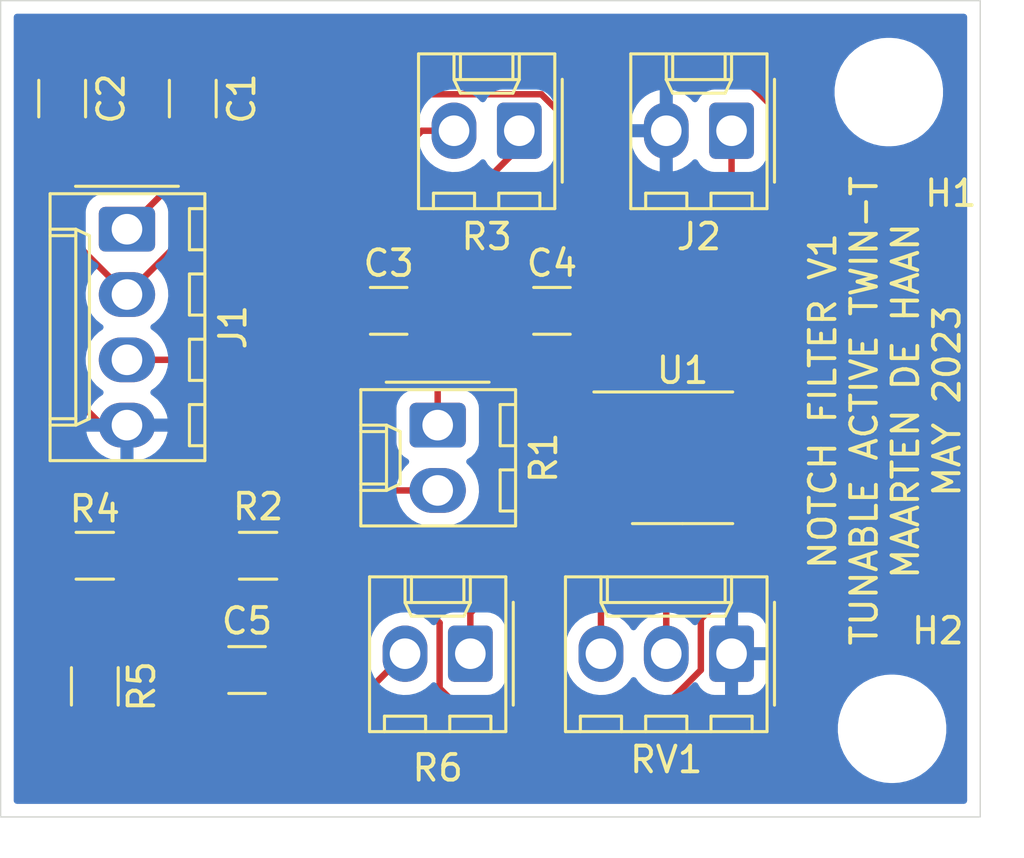
<source format=kicad_pcb>
(kicad_pcb (version 20211014) (generator pcbnew)
  (layers (0 "F.Cu" signal) (31 "B.Cu" signal) (34 "B.Paste" user) (35 "F.Paste" user) (36 "B.SilkS" user "B.Silkscreen") (37 "F.SilkS" user "F.Silkscreen") (38 "B.Mask" user) (39 "F.Mask" user) (44 "Edge.Cuts" user))
  (net 0 "")
  (net 1 "+15V")
  (net 2 "GND")
  (net 3 "-15V")
  (net 4 "/In")
  (net 5 "Net-(C3-Pad2)")
  (net 6 "Net-(C4-Pad2)")
  (net 7 "Net-(C5-Pad1)")
  (net 8 "Net-(C5-Pad2)")
  (net 9 "/Out")
  (net 10 "Net-(RV1-Pad2)")
  (net 11 "Net-(R1-Pad2)")
  (net 12 "Net-(R3-Pad1)")
  (net 13 "Net-(R5-Pad2)")
  (footprint "Resistor_SMD:R_1206_3216Metric" (layer "F.Cu") (at 123.932 133.096 -90)
    (fp_text reference "R5" (at 0 -1.82 90) (layer "F.SilkS"))
    (fp_text value "R")
    (fp_line (start -0.727064 -0.91) (end 0.727064 -0.91) (layer "F.SilkS") (width 0.12))
    (fp_line (start -0.727064 0.91) (end 0.727064 0.91) (layer "F.SilkS") (width 0.12))
    (pad "1" smd roundrect (at -1.4625 0 270) (size 1.125 1.75) (layers "F.Cu" "F.Paste" "F.Mask") (roundrect_rratio 0.2222222222) (net 8 "Net-(C5-Pad2)"))
    (pad "2" smd roundrect (at 1.4625 0 270) (size 1.125 1.75) (layers "F.Cu" "F.Paste" "F.Mask") (roundrect_rratio 0.2222222222) (net 13 "Net-(R5-Pad2)"))
  )
  (footprint "Connector_Molex:Molex_KK-254_AE-6410-03A_1x03_P2.54mm_Vertical" (layer "F.Cu") (at 148.697 131.826 180)
    (fp_text reference "RV1" (at 2.54 -4.12) (layer "F.SilkS"))
    (fp_text value "R_Potentiometer")
    (fp_line (start 0 1.99) (end 5.08 1.99) (layer "F.SilkS") (width 0.12))
    (fp_line (start 1.74 -2.43) (end 3.34 -2.43) (layer "F.SilkS") (width 0.12))
    (fp_line (start -1.38 2.99) (end 6.46 2.99) (layer "F.SilkS") (width 0.12))
    (fp_line (start -1.67 -2) (end -1.67 2) (layer "F.SilkS") (width 0.12))
    (fp_line (start 6.46 -3.03) (end -1.38 -3.03) (layer "F.SilkS") (width 0.12))
    (fp_line (start 0.25 2.99) (end 0.25 1.99) (layer "F.SilkS") (width 0.12))
    (fp_line (start -1.38 -3.03) (end -1.38 2.99) (layer "F.SilkS") (width 0.12))
    (fp_line (start 4.83 2.99) (end 4.83 1.99) (layer "F.SilkS") (width 0.12))
    (fp_line (start 0 1.99) (end 0.25 1.46) (layer "F.SilkS") (width 0.12))
    (fp_line (start 1.74 -3.03) (end 1.74 -2.43) (layer "F.SilkS") (width 0.12))
    (fp_line (start 6.46 2.99) (end 6.46 -3.03) (layer "F.SilkS") (width 0.12))
    (fp_line (start -0.8 -3.03) (end -0.8 -2.43) (layer "F.SilkS") (width 0.12))
    (fp_line (start 0 2.99) (end 0 1.99) (layer "F.SilkS") (width 0.12))
    (fp_line (start 5.88 -2.43) (end 5.88 -3.03) (layer "F.SilkS") (width 0.12))
    (fp_line (start 3.34 -2.43) (end 3.34 -3.03) (layer "F.SilkS") (width 0.12))
    (fp_line (start 4.83 1.46) (end 5.08 1.99) (layer "F.SilkS") (width 0.12))
    (fp_line (start 4.28 -3.03) (end 4.28 -2.43) (layer "F.SilkS") (width 0.12))
    (fp_line (start 4.28 -2.43) (end 5.88 -2.43) (layer "F.SilkS") (width 0.12))
    (fp_line (start 5.08 1.99) (end 5.08 2.99) (layer "F.SilkS") (width 0.12))
    (fp_line (start 0.8 -2.43) (end 0.8 -3.03) (layer "F.SilkS") (width 0.12))
    (fp_line (start -0.8 -2.43) (end 0.8 -2.43) (layer "F.SilkS") (width 0.12))
    (fp_line (start 0.25 1.46) (end 4.83 1.46) (layer "F.SilkS") (width 0.12))
    (pad "1" thru_hole roundrect (at 0 0 180) (size 1.74 2.19) (drill 1.19) (layers *.Cu *.Mask) (roundrect_rratio 0.1436781609) (net 2 "GND"))
    (pad "2" thru_hole oval (at 2.54 0 180) (size 1.74 2.19) (drill 1.19) (layers *.Cu *.Mask) (net 10 "Net-(RV1-Pad2)"))
    (pad "3" thru_hole oval (at 5.08 0 180) (size 1.74 2.19) (drill 1.19) (layers *.Cu *.Mask) (net 9 "/Out"))
  )
  (footprint "Capacitor_SMD:C_1206_3216Metric" (layer "F.Cu") (at 135.362 118.491)
    (fp_text reference "C3" (at 0 -1.85) (layer "F.SilkS"))
    (fp_text value "C")
    (fp_line (start -0.711252 -0.91) (end 0.711252 -0.91) (layer "F.SilkS") (width 0.12))
    (fp_line (start -0.711252 0.91) (end 0.711252 0.91) (layer "F.SilkS") (width 0.12))
    (pad "1" smd roundrect (at -1.475 0) (size 1.15 1.8) (layers "F.Cu" "F.Paste" "F.Mask") (roundrect_rratio 0.2173913043) (net 4 "/In"))
    (pad "2" smd roundrect (at 1.475 0) (size 1.15 1.8) (layers "F.Cu" "F.Paste" "F.Mask") (roundrect_rratio 0.2173913043) (net 5 "Net-(C3-Pad2)"))
  )
  (footprint "Connector_Molex:Molex_KK-254_AE-6410-02A_1x02_P2.54mm_Vertical" (layer "F.Cu") (at 137.267 122.936 -90)
    (fp_text reference "R1" (at 1.27 -4.12 90) (layer "F.SilkS"))
    (fp_text value "R_Variable/2")
    (fp_line (start -0.8 -2.43) (end 0.8 -2.43) (layer "F.SilkS") (width 0.12))
    (fp_line (start 3.34 -2.43) (end 3.34 -3.03) (layer "F.SilkS") (width 0.12))
    (fp_line (start 3.92 2.99) (end 3.92 -3.03) (layer "F.SilkS") (width 0.12))
    (fp_line (start 1.74 -3.03) (end 1.74 -2.43) (layer "F.SilkS") (width 0.12))
    (fp_line (start -0.8 -3.03) (end -0.8 -2.43) (layer "F.SilkS") (width 0.12))
    (fp_line (start -1.38 2.99) (end 3.92 2.99) (layer "F.SilkS") (width 0.12))
    (fp_line (start -1.38 -3.03) (end -1.38 2.99) (layer "F.SilkS") (width 0.12))
    (fp_line (start 0 2.99) (end 0 1.99) (layer "F.SilkS") (width 0.12))
    (fp_line (start 2.29 1.46) (end 2.54 1.99) (layer "F.SilkS") (width 0.12))
    (fp_line (start 0.25 1.46) (end 2.29 1.46) (layer "F.SilkS") (width 0.12))
    (fp_line (start 2.54 1.99) (end 2.54 2.99) (layer "F.SilkS") (width 0.12))
    (fp_line (start 3.92 -3.03) (end -1.38 -3.03) (layer "F.SilkS") (width 0.12))
    (fp_line (start 2.29 2.99) (end 2.29 1.99) (layer "F.SilkS") (width 0.12))
    (fp_line (start 0 1.99) (end 2.54 1.99) (layer "F.SilkS") (width 0.12))
    (fp_line (start -1.67 -2) (end -1.67 2) (layer "F.SilkS") (width 0.12))
    (fp_line (start 1.74 -2.43) (end 3.34 -2.43) (layer "F.SilkS") (width 0.12))
    (fp_line (start 0.25 2.99) (end 0.25 1.99) (layer "F.SilkS") (width 0.12))
    (fp_line (start 0.8 -2.43) (end 0.8 -3.03) (layer "F.SilkS") (width 0.12))
    (fp_line (start 0 1.99) (end 0.25 1.46) (layer "F.SilkS") (width 0.12))
    (pad "1" thru_hole roundrect (at 0 0 270) (size 1.74 2.19) (drill 1.19) (layers *.Cu *.Mask) (roundrect_rratio 0.1436781609) (net 5 "Net-(C3-Pad2)"))
    (pad "2" thru_hole oval (at 2.54 0 270) (size 1.74 2.19) (drill 1.19) (layers *.Cu *.Mask) (net 11 "Net-(R1-Pad2)"))
  )
  (footprint "Resistor_SMD:R_1206_3216Metric" (layer "F.Cu") (at 123.932 128.016)
    (fp_text reference "R4" (at 0 -1.82) (layer "F.SilkS"))
    (fp_text value "R")
    (fp_line (start -0.727064 -0.91) (end 0.727064 -0.91) (layer "F.SilkS") (width 0.12))
    (fp_line (start -0.727064 0.91) (end 0.727064 0.91) (layer "F.SilkS") (width 0.12))
    (pad "1" smd roundrect (at -1.4625 0) (size 1.125 1.75) (layers "F.Cu" "F.Paste" "F.Mask") (roundrect_rratio 0.2222222222) (net 12 "Net-(R3-Pad1)"))
    (pad "2" smd roundrect (at 1.4625 0) (size 1.125 1.75) (layers "F.Cu" "F.Paste" "F.Mask") (roundrect_rratio 0.2222222222) (net 8 "Net-(C5-Pad2)"))
  )
  (footprint "Capacitor_SMD:C_1206_3216Metric" (layer "F.Cu") (at 129.852 132.461 180)
    (fp_text reference "C5" (at 0 1.905) (layer "F.SilkS"))
    (fp_text value "2*C")
    (fp_line (start -0.711252 0.91) (end 0.711252 0.91) (layer "F.SilkS") (width 0.12))
    (fp_line (start -0.711252 -0.91) (end 0.711252 -0.91) (layer "F.SilkS") (width 0.12))
    (pad "1" smd roundrect (at -1.475 0 180) (size 1.15 1.8) (layers "F.Cu" "F.Paste" "F.Mask") (roundrect_rratio 0.2173913043) (net 7 "Net-(C5-Pad1)"))
    (pad "2" smd roundrect (at 1.475 0 180) (size 1.15 1.8) (layers "F.Cu" "F.Paste" "F.Mask") (roundrect_rratio 0.2173913043) (net 8 "Net-(C5-Pad2)"))
  )
  (footprint "MountingHole:MountingHole_3.2mm_M3" (layer "F.Cu") (at 154.94 134.747)
    (fp_text reference "H2" (at 1.778 -3.81) (layer "F.SilkS"))
    (fp_text value "MountingHole")
    (pad "" np_thru_hole circle (at 0 0) (size 3.2 3.2) (drill 3.2) (layers *.Cu *.Mask))
  )
  (footprint "Resistor_SMD:R_1206_3216Metric" (layer "F.Cu") (at 130.282 128.016 180)
    (fp_text reference "R2" (at 0 1.905) (layer "F.SilkS"))
    (fp_text value "R")
    (fp_line (start -0.727064 0.91) (end 0.727064 0.91) (layer "F.SilkS") (width 0.12))
    (fp_line (start -0.727064 -0.91) (end 0.727064 -0.91) (layer "F.SilkS") (width 0.12))
    (pad "1" smd roundrect (at -1.4625 0 180) (size 1.125 1.75) (layers "F.Cu" "F.Paste" "F.Mask") (roundrect_rratio 0.2222222222) (net 7 "Net-(C5-Pad1)"))
    (pad "2" smd roundrect (at 1.4625 0 180) (size 1.125 1.75) (layers "F.Cu" "F.Paste" "F.Mask") (roundrect_rratio 0.2222222222) (net 11 "Net-(R1-Pad2)"))
  )
  (footprint "Capacitor_SMD:C_1206_3216Metric" (layer "F.Cu") (at 122.662 110.236 90)
    (fp_text reference "C2" (at 0 1.905 90) (layer "F.SilkS"))
    (fp_text value "100 nF")
    (fp_line (start -0.711252 -0.91) (end 0.711252 -0.91) (layer "F.SilkS") (width 0.12))
    (fp_line (start -0.711252 0.91) (end 0.711252 0.91) (layer "F.SilkS") (width 0.12))
    (pad "1" smd roundrect (at -1.475 0 90) (size 1.15 1.8) (layers "F.Cu" "F.Paste" "F.Mask") (roundrect_rratio 0.2173913043) (net 3 "-15V"))
    (pad "2" smd roundrect (at 1.475 0 90) (size 1.15 1.8) (layers "F.Cu" "F.Paste" "F.Mask") (roundrect_rratio 0.2173913043) (net 2 "GND"))
  )
  (footprint "Connector_Molex:Molex_KK-254_AE-6410-04A_1x04_P2.54mm_Vertical" (layer "F.Cu") (at 125.182 115.316 -90)
    (fp_text reference "J1" (at 3.81 -4.12 90) (layer "F.SilkS"))
    (fp_text value "In")
    (fp_line (start 4.28 -3.03) (end 4.28 -2.43) (layer "F.SilkS") (width 0.12))
    (fp_line (start 9 2.99) (end 9 -3.03) (layer "F.SilkS") (width 0.12))
    (fp_line (start 1.74 -2.43) (end 3.34 -2.43) (layer "F.SilkS") (width 0.12))
    (fp_line (start 0.25 2.99) (end 0.25 1.99) (layer "F.SilkS") (width 0.12))
    (fp_line (start 1.74 -3.03) (end 1.74 -2.43) (layer "F.SilkS") (width 0.12))
    (fp_line (start 0 1.99) (end 0.25 1.46) (layer "F.SilkS") (width 0.12))
    (fp_line (start -1.38 -3.03) (end -1.38 2.99) (layer "F.SilkS") (width 0.12))
    (fp_line (start 4.28 -2.43) (end 5.88 -2.43) (layer "F.SilkS") (width 0.12))
    (fp_line (start -1.38 2.99) (end 9 2.99) (layer "F.SilkS") (width 0.12))
    (fp_line (start -1.67 -2) (end -1.67 2) (layer "F.SilkS") (width 0.12))
    (fp_line (start 0.25 1.46) (end 7.37 1.46) (layer "F.SilkS") (width 0.12))
    (fp_line (start 0 2.99) (end 0 1.99) (layer "F.SilkS") (width 0.12))
    (fp_line (start 9 -3.03) (end -1.38 -3.03) (layer "F.SilkS") (width 0.12))
    (fp_line (start 3.34 -2.43) (end 3.34 -3.03) (layer "F.SilkS") (width 0.12))
    (fp_line (start 5.88 -2.43) (end 5.88 -3.03) (layer "F.SilkS") (width 0.12))
    (fp_line (start 0 1.99) (end 7.62 1.99) (layer "F.SilkS") (width 0.12))
    (fp_line (start 7.37 2.99) (end 7.37 1.99) (layer "F.SilkS") (width 0.12))
    (fp_line (start -0.8 -2.43) (end 0.8 -2.43) (layer "F.SilkS") (width 0.12))
    (fp_line (start 0.8 -2.43) (end 0.8 -3.03) (layer "F.SilkS") (width 0.12))
    (fp_line (start 7.62 1.99) (end 7.62 2.99) (layer "F.SilkS") (width 0.12))
    (fp_line (start -0.8 -3.03) (end -0.8 -2.43) (layer "F.SilkS") (width 0.12))
    (fp_line (start 8.42 -2.43) (end 8.42 -3.03) (layer "F.SilkS") (width 0.12))
    (fp_line (start 6.82 -3.03) (end 6.82 -2.43) (layer "F.SilkS") (width 0.12))
    (fp_line (start 7.37 1.46) (end 7.62 1.99) (layer "F.SilkS") (width 0.12))
    (fp_line (start 6.82 -2.43) (end 8.42 -2.43) (layer "F.SilkS") (width 0.12))
    (pad "1" thru_hole roundrect (at 0 0 270) (size 1.74 2.19) (drill 1.19) (layers *.Cu *.Mask) (roundrect_rratio 0.1436781609) (net 1 "+15V"))
    (pad "2" thru_hole oval (at 2.54 0 270) (size 1.74 2.19) (drill 1.19) (layers *.Cu *.Mask) (net 3 "-15V"))
    (pad "3" thru_hole oval (at 5.08 0 270) (size 1.74 2.19) (drill 1.19) (layers *.Cu *.Mask) (net 4 "/In"))
    (pad "4" thru_hole oval (at 7.62 0 270) (size 1.74 2.19) (drill 1.19) (layers *.Cu *.Mask) (net 2 "GND"))
  )
  (footprint "MountingHole:MountingHole_3.2mm_M3" (layer "F.Cu") (at 154.813 109.982)
    (fp_text reference "H1" (at 2.413 3.937) (layer "F.SilkS"))
    (fp_text value "MountingHole")
    (pad "" np_thru_hole circle (at 0 0) (size 3.2 3.2) (drill 3.2) (layers *.Cu *.Mask))
  )
  (footprint "Connector_Molex:Molex_KK-254_AE-6410-02A_1x02_P2.54mm_Vertical" (layer "F.Cu") (at 138.537 131.826 180)
    (fp_text reference "R6" (at 1.27 -4.445) (layer "F.SilkS"))
    (fp_text value "R_Variable")
    (fp_line (start 1.74 -2.43) (end 3.34 -2.43) (layer "F.SilkS") (width 0.12))
    (fp_line (start 3.92 -3.03) (end -1.38 -3.03) (layer "F.SilkS") (width 0.12))
    (fp_line (start -1.38 2.99) (end 3.92 2.99) (layer "F.SilkS") (width 0.12))
    (fp_line (start 0.25 2.99) (end 0.25 1.99) (layer "F.SilkS") (width 0.12))
    (fp_line (start 2.29 1.46) (end 2.54 1.99) (layer "F.SilkS") (width 0.12))
    (fp_line (start -1.67 -2) (end -1.67 2) (layer "F.SilkS") (width 0.12))
    (fp_line (start 2.29 2.99) (end 2.29 1.99) (layer "F.SilkS") (width 0.12))
    (fp_line (start 0.8 -2.43) (end 0.8 -3.03) (layer "F.SilkS") (width 0.12))
    (fp_line (start 3.34 -2.43) (end 3.34 -3.03) (layer "F.SilkS") (width 0.12))
    (fp_line (start 0 2.99) (end 0 1.99) (layer "F.SilkS") (width 0.12))
    (fp_line (start 0 1.99) (end 2.54 1.99) (layer "F.SilkS") (width 0.12))
    (fp_line (start -0.8 -2.43) (end 0.8 -2.43) (layer "F.SilkS") (width 0.12))
    (fp_line (start 1.74 -3.03) (end 1.74 -2.43) (layer "F.SilkS") (width 0.12))
    (fp_line (start 2.54 1.99) (end 2.54 2.99) (layer "F.SilkS") (width 0.12))
    (fp_line (start 0 1.99) (end 0.25 1.46) (layer "F.SilkS") (width 0.12))
    (fp_line (start 3.92 2.99) (end 3.92 -3.03) (layer "F.SilkS") (width 0.12))
    (fp_line (start -0.8 -3.03) (end -0.8 -2.43) (layer "F.SilkS") (width 0.12))
    (fp_line (start 0.25 1.46) (end 2.29 1.46) (layer "F.SilkS") (width 0.12))
    (fp_line (start -1.38 -3.03) (end -1.38 2.99) (layer "F.SilkS") (width 0.12))
    (pad "1" thru_hole roundrect (at 0 0 180) (size 1.74 2.19) (drill 1.19) (layers *.Cu *.Mask) (roundrect_rratio 0.1436781609) (net 6 "Net-(C4-Pad2)"))
    (pad "2" thru_hole oval (at 2.54 0 180) (size 1.74 2.19) (drill 1.19) (layers *.Cu *.Mask) (net 13 "Net-(R5-Pad2)"))
  )
  (footprint "Package_SO:SOIC-8_3.9x4.9mm_P1.27mm" (layer "F.Cu") (at 146.792 124.206)
    (fp_text reference "U1" (at 0 -3.4) (layer "F.SilkS"))
    (fp_text value "AD8676xR")
    (fp_line (start 0 2.56) (end -1.95 2.56) (layer "F.SilkS") (width 0.12))
    (fp_line (start 0 -2.56) (end -3.45 -2.56) (layer "F.SilkS") (width 0.12))
    (fp_line (start 0 -2.56) (end 1.95 -2.56) (layer "F.SilkS") (width 0.12))
    (fp_line (start 0 2.56) (end 1.95 2.56) (layer "F.SilkS") (width 0.12))
    (pad "1" smd roundrect (at -2.475 -1.905) (size 1.95 0.6) (layers "F.Cu" "F.Paste" "F.Mask") (net 9 "/Out"))
    (pad "2" smd roundrect (at -2.475 -0.635) (size 1.95 0.6) (layers "F.Cu" "F.Paste" "F.Mask") (net 9 "/Out"))
    (pad "3" smd roundrect (at -2.475 0.635) (size 1.95 0.6) (layers "F.Cu" "F.Paste" "F.Mask") (net 6 "Net-(C4-Pad2)"))
    (pad "4" smd roundrect (at -2.475 1.905) (size 1.95 0.6) (layers "F.Cu" "F.Paste" "F.Mask") (net 3 "-15V"))
    (pad "5" smd roundrect (at 2.475 1.905) (size 1.95 0.6) (layers "F.Cu" "F.Paste" "F.Mask") (net 10 "Net-(RV1-Pad2)"))
    (pad "6" smd roundrect (at 2.475 0.635) (size 1.95 0.6) (layers "F.Cu" "F.Paste" "F.Mask") (net 7 "Net-(C5-Pad1)"))
    (pad "7" smd roundrect (at 2.475 -0.635) (size 1.95 0.6) (layers "F.Cu" "F.Paste" "F.Mask") (net 7 "Net-(C5-Pad1)"))
    (pad "8" smd roundrect (at 2.475 -1.905) (size 1.95 0.6) (layers "F.Cu" "F.Paste" "F.Mask") (net 1 "+15V"))
  )
  (footprint "Connector_Molex:Molex_KK-254_AE-6410-02A_1x02_P2.54mm_Vertical" (layer "F.Cu") (at 140.442 111.486 180)
    (fp_text reference "R3" (at 1.27 -4.12) (layer "F.SilkS"))
    (fp_text value "R_Variable")
    (fp_line (start 2.54 1.99) (end 2.54 2.99) (layer "F.SilkS") (width 0.12))
    (fp_line (start 3.92 2.99) (end 3.92 -3.03) (layer "F.SilkS") (width 0.12))
    (fp_line (start -0.8 -3.03) (end -0.8 -2.43) (layer "F.SilkS") (width 0.12))
    (fp_line (start 0.8 -2.43) (end 0.8 -3.03) (layer "F.SilkS") (width 0.12))
    (fp_line (start 3.34 -2.43) (end 3.34 -3.03) (layer "F.SilkS") (width 0.12))
    (fp_line (start 3.92 -3.03) (end -1.38 -3.03) (layer "F.SilkS") (width 0.12))
    (fp_line (start 2.29 1.46) (end 2.54 1.99) (layer "F.SilkS") (width 0.12))
    (fp_line (start 0 1.99) (end 2.54 1.99) (layer "F.SilkS") (width 0.12))
    (fp_line (start -1.38 -3.03) (end -1.38 2.99) (layer "F.SilkS") (width 0.12))
    (fp_line (start 2.29 2.99) (end 2.29 1.99) (layer "F.SilkS") (width 0.12))
    (fp_line (start 0 1.99) (end 0.25 1.46) (layer "F.SilkS") (width 0.12))
    (fp_line (start 0.25 2.99) (end 0.25 1.99) (layer "F.SilkS") (width 0.12))
    (fp_line (start -0.8 -2.43) (end 0.8 -2.43) (layer "F.SilkS") (width 0.12))
    (fp_line (start -1.38 2.99) (end 3.92 2.99) (layer "F.SilkS") (width 0.12))
    (fp_line (start 0 2.99) (end 0 1.99) (layer "F.SilkS") (width 0.12))
    (fp_line (start 1.74 -2.43) (end 3.34 -2.43) (layer "F.SilkS") (width 0.12))
    (fp_line (start 1.74 -3.03) (end 1.74 -2.43) (layer "F.SilkS") (width 0.12))
    (fp_line (start -1.67 -2) (end -1.67 2) (layer "F.SilkS") (width 0.12))
    (fp_line (start 0.25 1.46) (end 2.29 1.46) (layer "F.SilkS") (width 0.12))
    (pad "1" thru_hole roundrect (at 0 0 180) (size 1.74 2.19) (drill 1.19) (layers *.Cu *.Mask) (roundrect_rratio 0.1436781609) (net 12 "Net-(R3-Pad1)"))
    (pad "2" thru_hole oval (at 2.54 0 180) (size 1.74 2.19) (drill 1.19) (layers *.Cu *.Mask) (net 4 "/In"))
  )
  (footprint "Capacitor_SMD:C_1206_3216Metric" (layer "F.Cu") (at 127.742 110.236 90)
    (fp_text reference "C1" (at 0 1.905 90) (layer "F.SilkS"))
    (fp_text value "100 nF")
    (fp_line (start -0.711252 -0.91) (end 0.711252 -0.91) (layer "F.SilkS") (width 0.12))
    (fp_line (start -0.711252 0.91) (end 0.711252 0.91) (layer "F.SilkS") (width 0.12))
    (pad "1" smd roundrect (at -1.475 0 90) (size 1.15 1.8) (layers "F.Cu" "F.Paste" "F.Mask") (roundrect_rratio 0.2173913043) (net 1 "+15V"))
    (pad "2" smd roundrect (at 1.475 0 90) (size 1.15 1.8) (layers "F.Cu" "F.Paste" "F.Mask") (roundrect_rratio 0.2173913043) (net 2 "GND"))
  )
  (footprint "Connector_Molex:Molex_KK-254_AE-6410-02A_1x02_P2.54mm_Vertical" (layer "F.Cu") (at 148.697 111.486 180)
    (fp_text reference "J2" (at 1.27 -4.12) (layer "F.SilkS"))
    (fp_text value "Out")
    (fp_line (start 2.29 1.46) (end 2.54 1.99) (layer "F.SilkS") (width 0.12))
    (fp_line (start 2.54 1.99) (end 2.54 2.99) (layer "F.SilkS") (width 0.12))
    (fp_line (start 1.74 -3.03) (end 1.74 -2.43) (layer "F.SilkS") (width 0.12))
    (fp_line (start -1.67 -2) (end -1.67 2) (layer "F.SilkS") (width 0.12))
    (fp_line (start 0.25 1.46) (end 2.29 1.46) (layer "F.SilkS") (width 0.12))
    (fp_line (start 2.29 2.99) (end 2.29 1.99) (layer "F.SilkS") (width 0.12))
    (fp_line (start 0 1.99) (end 2.54 1.99) (layer "F.SilkS") (width 0.12))
    (fp_line (start -0.8 -2.43) (end 0.8 -2.43) (layer "F.SilkS") (width 0.12))
    (fp_line (start 0 1.99) (end 0.25 1.46) (layer "F.SilkS") (width 0.12))
    (fp_line (start -0.8 -3.03) (end -0.8 -2.43) (layer "F.SilkS") (width 0.12))
    (fp_line (start 0.8 -2.43) (end 0.8 -3.03) (layer "F.SilkS") (width 0.12))
    (fp_line (start 3.34 -2.43) (end 3.34 -3.03) (layer "F.SilkS") (width 0.12))
    (fp_line (start -1.38 2.99) (end 3.92 2.99) (layer "F.SilkS") (width 0.12))
    (fp_line (start 3.92 -3.03) (end -1.38 -3.03) (layer "F.SilkS") (width 0.12))
    (fp_line (start 0 2.99) (end 0 1.99) (layer "F.SilkS") (width 0.12))
    (fp_line (start -1.38 -3.03) (end -1.38 2.99) (layer "F.SilkS") (width 0.12))
    (fp_line (start 1.74 -2.43) (end 3.34 -2.43) (layer "F.SilkS") (width 0.12))
    (fp_line (start 3.92 2.99) (end 3.92 -3.03) (layer "F.SilkS") (width 0.12))
    (fp_line (start 0.25 2.99) (end 0.25 1.99) (layer "F.SilkS") (width 0.12))
    (pad "1" thru_hole roundrect (at 0 0 180) (size 1.74 2.19) (drill 1.19) (layers *.Cu *.Mask) (roundrect_rratio 0.1436781609) (net 9 "/Out"))
    (pad "2" thru_hole oval (at 2.54 0 180) (size 1.74 2.19) (drill 1.19) (layers *.Cu *.Mask) (net 2 "GND"))
  )
  (footprint "Capacitor_SMD:C_1206_3216Metric" (layer "F.Cu") (at 141.712 118.491)
    (fp_text reference "C4" (at 0 -1.85) (layer "F.SilkS"))
    (fp_text value "C")
    (fp_line (start -0.711252 0.91) (end 0.711252 0.91) (layer "F.SilkS") (width 0.12))
    (fp_line (start -0.711252 -0.91) (end 0.711252 -0.91) (layer "F.SilkS") (width 0.12))
    (pad "1" smd roundrect (at -1.475 0) (size 1.15 1.8) (layers "F.Cu" "F.Paste" "F.Mask") (roundrect_rratio 0.2173913043) (net 5 "Net-(C3-Pad2)"))
    (pad "2" smd roundrect (at 1.475 0) (size 1.15 1.8) (layers "F.Cu" "F.Paste" "F.Mask") (roundrect_rratio 0.2173913043) (net 6 "Net-(C4-Pad2)"))
  )
  (gr_rect (start 120.269 106.426) (end 158.369 138.176) (layer "Edge.Cuts") (width 0.05) (fill none))
  (gr_text "NOTCH FILTER V1\nTUNABLE ACTIVE TWIN-T \nMAARTEN DE HAAN\nMAY 2023" (at 154.6606 121.9962 90) (layer "F.SilkS") (effects (font (size 1 1))))
  (segment (start 148.697 108.966) (end 150.602 110.871) (width 0.25) (layer "F.Cu") (net 1))
  (segment (start 150.602 110.871) (end 150.602 120.966) (width 0.25) (layer "F.Cu") (net 1))
  (segment (start 127.742 111.711) (end 130.487 108.966) (width 0.25) (layer "F.Cu") (net 1))
  (segment (start 150.602 120.966) (end 149.267 122.301) (width 0.25) (layer "F.Cu") (net 1))
  (segment (start 127.742 111.711) (end 127.742 112.756) (width 0.25) (layer "F.Cu") (net 1))
  (segment (start 127.742 112.756) (end 125.182 115.316) (width 0.25) (layer "F.Cu") (net 1))
  (segment (start 130.487 108.966) (end 148.697 108.966) (width 0.25) (layer "F.Cu") (net 1))
  (segment (start 122.662 108.761) (end 127.742 108.761) (width 0.25) (layer "F.Cu") (net 2))
  (segment (start 124.206 122.936) (end 125.182 122.936) (width 0.25) (layer "F.Cu") (net 2))
  (segment (start 122.662 108.761) (end 121.285 110.138) (width 0.25) (layer "F.Cu") (net 2))
  (segment (start 121.285 120.015) (end 124.206 122.936) (width 0.25) (layer "F.Cu") (net 2))
  (segment (start 121.285 110.138) (end 121.285 120.015) (width 0.25) (layer "F.Cu") (net 2))
  (segment (start 122.662 115.336) (end 125.182 117.856) (width 0.25) (layer "F.Cu") (net 3))
  (segment (start 145.61652 124.494448) (end 145.61652 126.01648) (width 0.25) (layer "F.Cu") (net 3))
  (segment (start 145.61652 126.01648) (end 145.522 126.111) (width 0.25) (layer "F.Cu") (net 3))
  (segment (start 145.338552 124.21648) (end 145.61652 124.494448) (width 0.25) (layer "F.Cu") (net 3))
  (segment (start 141.299973 110.06648) (end 144.08652 112.853027) (width 0.25) (layer "F.Cu") (net 3))
  (segment (start 132.97152 110.06648) (end 141.299973 110.06648) (width 0.25) (layer "F.Cu") (net 3))
  (segment (start 145.522 126.111) (end 144.317 126.111) (width 0.25) (layer "F.Cu") (net 3))
  (segment (start 142.993198 124.21648) (end 145.338552 124.21648) (width 0.25) (layer "F.Cu") (net 3))
  (segment (start 142.79652 124.019802) (end 142.993198 124.21648) (width 0.25) (layer "F.Cu") (net 3))
  (segment (start 144.08652 112.853027) (end 144.08652 120.56148) (width 0.25) (layer "F.Cu") (net 3))
  (segment (start 122.662 111.711) (end 122.662 115.336) (width 0.25) (layer "F.Cu") (net 3))
  (segment (start 144.08652 120.56148) (end 142.79652 121.85148) (width 0.25) (layer "F.Cu") (net 3))
  (segment (start 125.182 117.856) (end 132.97152 110.06648) (width 0.25) (layer "F.Cu") (net 3))
  (segment (start 142.79652 121.85148) (end 142.79652 124.019802) (width 0.25) (layer "F.Cu") (net 3))
  (segment (start 133.887 114.251) (end 136.652 111.486) (width 0.25) (layer "F.Cu") (net 4))
  (segment (start 125.182 120.396) (end 131.982 120.396) (width 0.25) (layer "F.Cu") (net 4))
  (segment (start 131.982 120.396) (end 133.887 118.491) (width 0.25) (layer "F.Cu") (net 4))
  (segment (start 136.652 111.486) (end 137.902 111.486) (width 0.25) (layer "F.Cu") (net 4))
  (segment (start 133.887 118.491) (end 133.887 114.251) (width 0.25) (layer "F.Cu") (net 4))
  (segment (start 137.267 122.936) (end 137.267 118.921) (width 0.25) (layer "F.Cu") (net 5))
  (segment (start 136.837 118.491) (end 140.237 118.491) (width 0.25) (layer "F.Cu") (net 5))
  (segment (start 138.537 131.826) (end 138.537 130.244928) (width 0.25) (layer "F.Cu") (net 6))
  (segment (start 142.982 124.841) (end 144.317 124.841) (width 0.25) (layer "F.Cu") (net 6))
  (segment (start 142.347 119.331) (end 142.347 124.206) (width 0.25) (layer "F.Cu") (net 6))
  (segment (start 138.537 130.244928) (end 143.940928 124.841) (width 0.25) (layer "F.Cu") (net 6))
  (segment (start 142.347 124.206) (end 142.982 124.841) (width 0.25) (layer "F.Cu") (net 6))
  (segment (start 143.187 118.491) (end 142.347 119.331) (width 0.25) (layer "F.Cu") (net 6))
  (segment (start 151.237 125.476) (end 150.602 124.841) (width 0.25) (layer "F.Cu") (net 7))
  (segment (start 137.902 133.731) (end 146.23248 133.731) (width 0.25) (layer "F.Cu") (net 7))
  (segment (start 131.7445 128.016) (end 134.731653 128.016) (width 0.25) (layer "F.Cu") (net 7))
  (segment (start 137.34248 133.17148) (end 137.902 133.731) (width 0.25) (layer "F.Cu") (net 7))
  (segment (start 146.23248 133.731) (end 147.50248 132.461) (width 0.25) (layer "F.Cu") (net 7))
  (segment (start 147.50248 130.48052) (end 151.237 126.746) (width 0.25) (layer "F.Cu") (net 7))
  (segment (start 151.237 126.746) (end 151.237 125.476) (width 0.25) (layer "F.Cu") (net 7))
  (segment (start 150.602 124.841) (end 149.267 124.841) (width 0.25) (layer "F.Cu") (net 7))
  (segment (start 149.267 123.571) (end 149.267 124.841) (width 0.25) (layer "F.Cu") (net 7))
  (segment (start 131.327 132.461) (end 131.327 128.4335) (width 0.25) (layer "F.Cu") (net 7))
  (segment (start 147.50248 132.461) (end 147.50248 130.48052) (width 0.25) (layer "F.Cu") (net 7))
  (segment (start 137.34248 130.626827) (end 137.34248 133.17148) (width 0.25) (layer "F.Cu") (net 7))
  (segment (start 134.731653 128.016) (end 137.34248 130.626827) (width 0.25) (layer "F.Cu") (net 7))
  (segment (start 125.3945 130.171) (end 123.932 131.6335) (width 0.25) (layer "F.Cu") (net 8))
  (segment (start 128.377 132.461) (end 127.6845 132.461) (width 0.25) (layer "F.Cu") (net 8))
  (segment (start 127.6845 132.461) (end 125.3945 130.171) (width 0.25) (layer "F.Cu") (net 8))
  (segment (start 125.3945 128.016) (end 125.3945 130.171) (width 0.25) (layer "F.Cu") (net 8))
  (segment (start 148.697 117.921) (end 144.317 122.301) (width 0.25) (layer "F.Cu") (net 9))
  (segment (start 144.317 123.571) (end 144.317 122.301) (width 0.25) (layer "F.Cu") (net 9))
  (segment (start 143.617 131.826) (end 143.617 129.286) (width 0.25) (layer "F.Cu") (net 9))
  (segment (start 145.522 123.571) (end 144.317 123.571) (width 0.25) (layer "F.Cu") (net 9))
  (segment (start 148.697 111.486) (end 148.697 117.921) (width 0.25) (layer "F.Cu") (net 9))
  (segment (start 146.157 124.206) (end 145.522 123.571) (width 0.25) (layer "F.Cu") (net 9))
  (segment (start 143.617 129.286) (end 146.157 126.746) (width 0.25) (layer "F.Cu") (net 9))
  (segment (start 146.157 126.746) (end 146.157 124.206) (width 0.25) (layer "F.Cu") (net 9))
  (segment (start 146.157 131.826) (end 146.157 129.221) (width 0.25) (layer "F.Cu") (net 10))
  (segment (start 146.157 129.221) (end 149.267 126.111) (width 0.25) (layer "F.Cu") (net 10))
  (segment (start 129.012 128.016) (end 131.552 125.476) (width 0.25) (layer "F.Cu") (net 11))
  (segment (start 131.552 125.476) (end 137.267 125.476) (width 0.25) (layer "F.Cu") (net 11))
  (segment (start 135.362 119.761) (end 129.647 125.476) (width 0.25) (layer "F.Cu") (net 12))
  (segment (start 124.567 125.476) (end 122.4695 127.5735) (width 0.25) (layer "F.Cu") (net 12))
  (segment (start 135.362 117.211) (end 135.362 119.761) (width 0.25) (layer "F.Cu") (net 12))
  (segment (start 129.647 125.476) (end 124.567 125.476) (width 0.25) (layer "F.Cu") (net 12))
  (segment (start 140.442 112.131) (end 135.362 117.211) (width 0.25) (layer "F.Cu") (net 12))
  (segment (start 123.932 134.5585) (end 133.2645 134.5585) (width 0.25) (layer "F.Cu") (net 13))
  (segment (start 133.2645 134.5585) (end 135.997 131.826) (width 0.25) (layer "F.Cu") (net 13))
  (zone (net 2) (net_name "GND") (layer "B.Cu") (connect_pads (clearance 0.508)) (min_thickness 0.254) (fill yes (thermal_gap 0.508) (thermal_bridge_width 0.508))
    (polygon (pts (xy 158.369 138.176) (xy 120.269 138.176) (xy 120.269 106.426) (xy 158.369 106.426)))
  )
)
</source>
